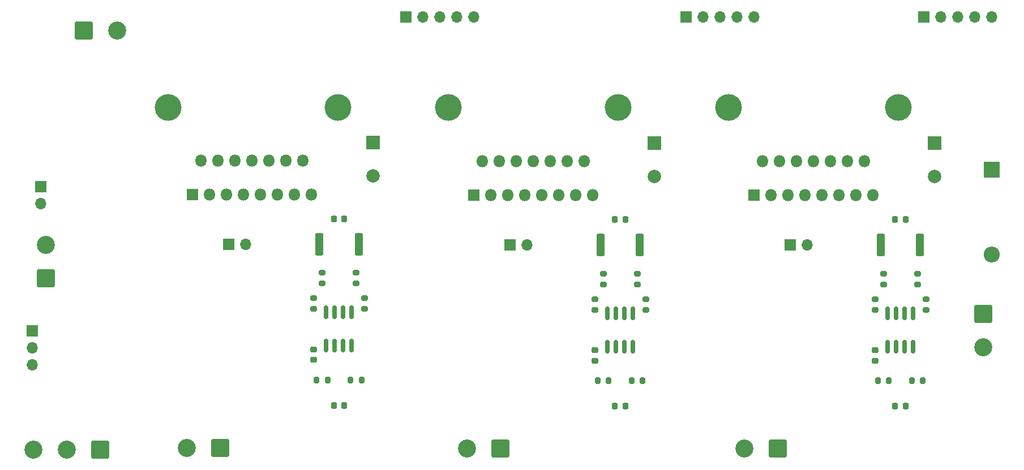
<source format=gbr>
%TF.GenerationSoftware,KiCad,Pcbnew,6.0.2+dfsg-1*%
%TF.CreationDate,2023-11-28T02:04:47+03:00*%
%TF.ProjectId,servodriver,73657276-6f64-4726-9976-65722e6b6963,rev?*%
%TF.SameCoordinates,Original*%
%TF.FileFunction,Soldermask,Bot*%
%TF.FilePolarity,Negative*%
%FSLAX46Y46*%
G04 Gerber Fmt 4.6, Leading zero omitted, Abs format (unit mm)*
G04 Created by KiCad (PCBNEW 6.0.2+dfsg-1) date 2023-11-28 02:04:47*
%MOMM*%
%LPD*%
G01*
G04 APERTURE LIST*
G04 Aperture macros list*
%AMRoundRect*
0 Rectangle with rounded corners*
0 $1 Rounding radius*
0 $2 $3 $4 $5 $6 $7 $8 $9 X,Y pos of 4 corners*
0 Add a 4 corners polygon primitive as box body*
4,1,4,$2,$3,$4,$5,$6,$7,$8,$9,$2,$3,0*
0 Add four circle primitives for the rounded corners*
1,1,$1+$1,$2,$3*
1,1,$1+$1,$4,$5*
1,1,$1+$1,$6,$7*
1,1,$1+$1,$8,$9*
0 Add four rect primitives between the rounded corners*
20,1,$1+$1,$2,$3,$4,$5,0*
20,1,$1+$1,$4,$5,$6,$7,0*
20,1,$1+$1,$6,$7,$8,$9,0*
20,1,$1+$1,$8,$9,$2,$3,0*%
G04 Aperture macros list end*
%ADD10C,4.000000*%
%ADD11R,2.000000X2.000000*%
%ADD12C,2.000000*%
%ADD13R,1.700000X1.700000*%
%ADD14O,1.700000X1.700000*%
%ADD15RoundRect,0.250001X-1.099999X1.099999X-1.099999X-1.099999X1.099999X-1.099999X1.099999X1.099999X0*%
%ADD16C,2.700000*%
%ADD17RoundRect,0.250001X-1.099999X-1.099999X1.099999X-1.099999X1.099999X1.099999X-1.099999X1.099999X0*%
%ADD18R,2.400000X2.400000*%
%ADD19O,2.400000X2.400000*%
%ADD20RoundRect,0.250001X1.099999X1.099999X-1.099999X1.099999X-1.099999X-1.099999X1.099999X-1.099999X0*%
%ADD21R,1.800000X1.800000*%
%ADD22O,1.800000X1.800000*%
%ADD23RoundRect,0.250001X1.099999X-1.099999X1.099999X1.099999X-1.099999X1.099999X-1.099999X-1.099999X0*%
%ADD24RoundRect,0.225000X-0.250000X0.225000X-0.250000X-0.225000X0.250000X-0.225000X0.250000X0.225000X0*%
%ADD25RoundRect,0.200000X0.200000X0.275000X-0.200000X0.275000X-0.200000X-0.275000X0.200000X-0.275000X0*%
%ADD26RoundRect,0.225000X0.225000X0.250000X-0.225000X0.250000X-0.225000X-0.250000X0.225000X-0.250000X0*%
%ADD27RoundRect,0.200000X-0.275000X0.200000X-0.275000X-0.200000X0.275000X-0.200000X0.275000X0.200000X0*%
%ADD28RoundRect,0.200000X0.275000X-0.200000X0.275000X0.200000X-0.275000X0.200000X-0.275000X-0.200000X0*%
%ADD29RoundRect,0.225000X-0.225000X-0.250000X0.225000X-0.250000X0.225000X0.250000X-0.225000X0.250000X0*%
%ADD30RoundRect,0.150000X-0.150000X0.825000X-0.150000X-0.825000X0.150000X-0.825000X0.150000X0.825000X0*%
%ADD31RoundRect,0.250000X0.362500X1.425000X-0.362500X1.425000X-0.362500X-1.425000X0.362500X-1.425000X0*%
G04 APERTURE END LIST*
D10*
%TO.C,REF\u002A\u002A*%
X210820000Y-55420000D03*
X185420000Y-55420000D03*
%TD*%
%TO.C,REF\u002A\u002A*%
X168910000Y-55420000D03*
X143510000Y-55420000D03*
%TD*%
%TO.C,REF\u002A\u002A*%
X127000000Y-55420000D03*
X101600000Y-55420000D03*
%TD*%
D11*
%TO.C,C6*%
X174274646Y-60800000D03*
D12*
X174274646Y-65800000D03*
%TD*%
D13*
%TO.C,J14*%
X194594646Y-76040000D03*
D14*
X197134646Y-76040000D03*
%TD*%
D13*
%TO.C,J10*%
X214630000Y-41910000D03*
D14*
X217170000Y-41910000D03*
X219710000Y-41910000D03*
X222250000Y-41910000D03*
X224790000Y-41910000D03*
%TD*%
D15*
%TO.C,J4*%
X223520000Y-86360000D03*
D16*
X223520000Y-91360000D03*
%TD*%
D17*
%TO.C,J5*%
X88980000Y-43900000D03*
D16*
X93980000Y-43900000D03*
%TD*%
D13*
%TO.C,J12*%
X82550000Y-67310000D03*
D14*
X82550000Y-69850000D03*
%TD*%
D13*
%TO.C,J13*%
X152684646Y-76040000D03*
D14*
X155224646Y-76040000D03*
%TD*%
D13*
%TO.C,J7*%
X179070000Y-41910000D03*
D14*
X181610000Y-41910000D03*
X184150000Y-41910000D03*
X186690000Y-41910000D03*
X189230000Y-41910000D03*
%TD*%
D13*
%TO.C,J6*%
X81280000Y-88900000D03*
D14*
X81280000Y-91440000D03*
X81280000Y-93980000D03*
%TD*%
D11*
%TO.C,C18*%
X132221365Y-60659511D03*
D12*
X132221365Y-65659511D03*
%TD*%
D18*
%TO.C,D1*%
X224790000Y-64770000D03*
D19*
X224790000Y-77470000D03*
%TD*%
D20*
%TO.C,J1*%
X151274646Y-106520000D03*
D16*
X146274646Y-106520000D03*
%TD*%
D20*
%TO.C,J2*%
X109361365Y-106379511D03*
D16*
X104361365Y-106379511D03*
%TD*%
D21*
%TO.C,U2*%
X189230000Y-68580000D03*
D22*
X190500000Y-63500000D03*
X191770000Y-68580000D03*
X193040000Y-63500000D03*
X194310000Y-68580000D03*
X195580000Y-63500000D03*
X196850000Y-68580000D03*
X198120000Y-63500000D03*
X199390000Y-68580000D03*
X200660000Y-63500000D03*
X201930000Y-68580000D03*
X203200000Y-63500000D03*
X204470000Y-68580000D03*
X205740000Y-63500000D03*
X207010000Y-68580000D03*
%TD*%
D13*
%TO.C,J15*%
X110631365Y-75899511D03*
D14*
X113171365Y-75899511D03*
%TD*%
D21*
%TO.C,U1*%
X147320000Y-68580000D03*
D22*
X148590000Y-63500000D03*
X149860000Y-68580000D03*
X151130000Y-63500000D03*
X152400000Y-68580000D03*
X153670000Y-63500000D03*
X154940000Y-68580000D03*
X156210000Y-63500000D03*
X157480000Y-68580000D03*
X158750000Y-63500000D03*
X160020000Y-68580000D03*
X161290000Y-63500000D03*
X162560000Y-68580000D03*
X163830000Y-63500000D03*
X165100000Y-68580000D03*
%TD*%
D23*
%TO.C,J11*%
X83270000Y-81017500D03*
D16*
X83270000Y-76017500D03*
%TD*%
D13*
%TO.C,J9*%
X137190000Y-41885000D03*
D14*
X139730000Y-41885000D03*
X142270000Y-41885000D03*
X144810000Y-41885000D03*
X147350000Y-41885000D03*
%TD*%
D21*
%TO.C,U3*%
X105266719Y-68439511D03*
D22*
X106536719Y-63359511D03*
X107806719Y-68439511D03*
X109076719Y-63359511D03*
X110346719Y-68439511D03*
X111616719Y-63359511D03*
X112886719Y-68439511D03*
X114156719Y-63359511D03*
X115426719Y-68439511D03*
X116696719Y-63359511D03*
X117966719Y-68439511D03*
X119236719Y-63359511D03*
X120506719Y-68439511D03*
X121776719Y-63359511D03*
X123046719Y-68439511D03*
%TD*%
D20*
%TO.C,J3*%
X192784646Y-106520000D03*
D16*
X187784646Y-106520000D03*
%TD*%
D20*
%TO.C,J8*%
X91440000Y-106680000D03*
D16*
X86440000Y-106680000D03*
X81440000Y-106680000D03*
%TD*%
D11*
%TO.C,C12*%
X216184646Y-60800000D03*
D12*
X216184646Y-65800000D03*
%TD*%
D24*
%TO.C,C19*%
X123331365Y-91634511D03*
X123331365Y-93184511D03*
%TD*%
D25*
%TO.C,R22*%
X125426365Y-96219511D03*
X123776365Y-96219511D03*
%TD*%
D26*
%TO.C,C2*%
X169969646Y-100170000D03*
X168419646Y-100170000D03*
%TD*%
D27*
%TO.C,R25*%
X124601365Y-80154511D03*
X124601365Y-81804511D03*
%TD*%
D25*
%TO.C,R14*%
X209389646Y-96360000D03*
X207739646Y-96360000D03*
%TD*%
D26*
%TO.C,C8*%
X211879646Y-100170000D03*
X210329646Y-100170000D03*
%TD*%
D25*
%TO.C,R21*%
X130506365Y-96219511D03*
X128856365Y-96219511D03*
%TD*%
D28*
%TO.C,R24*%
X130951365Y-85614511D03*
X130951365Y-83964511D03*
%TD*%
D29*
%TO.C,C10*%
X210329646Y-72230000D03*
X211879646Y-72230000D03*
%TD*%
D25*
%TO.C,R6*%
X167479646Y-96360000D03*
X165829646Y-96360000D03*
%TD*%
D30*
%TO.C,D8*%
X209199646Y-86265000D03*
X210469646Y-86265000D03*
X211739646Y-86265000D03*
X213009646Y-86265000D03*
X213009646Y-91215000D03*
X211739646Y-91215000D03*
X210469646Y-91215000D03*
X209199646Y-91215000D03*
%TD*%
D27*
%TO.C,R18*%
X213644646Y-80295000D03*
X213644646Y-81945000D03*
%TD*%
D24*
%TO.C,C13*%
X207294646Y-91775000D03*
X207294646Y-93325000D03*
%TD*%
D27*
%TO.C,R11*%
X165384646Y-84105000D03*
X165384646Y-85755000D03*
%TD*%
D28*
%TO.C,R8*%
X173004646Y-85755000D03*
X173004646Y-84105000D03*
%TD*%
D27*
%TO.C,R10*%
X171734646Y-80295000D03*
X171734646Y-81945000D03*
%TD*%
D31*
%TO.C,R23*%
X130103865Y-75899511D03*
X124178865Y-75899511D03*
%TD*%
D26*
%TO.C,C14*%
X127916365Y-100029511D03*
X126366365Y-100029511D03*
%TD*%
D24*
%TO.C,C7*%
X165384646Y-91775000D03*
X165384646Y-93325000D03*
%TD*%
D31*
%TO.C,R15*%
X214067146Y-76040000D03*
X208142146Y-76040000D03*
%TD*%
D27*
%TO.C,R27*%
X123331365Y-83964511D03*
X123331365Y-85614511D03*
%TD*%
D30*
%TO.C,D3*%
X167289646Y-86265000D03*
X168559646Y-86265000D03*
X169829646Y-86265000D03*
X171099646Y-86265000D03*
X171099646Y-91215000D03*
X169829646Y-91215000D03*
X168559646Y-91215000D03*
X167289646Y-91215000D03*
%TD*%
D27*
%TO.C,R26*%
X129681365Y-80154511D03*
X129681365Y-81804511D03*
%TD*%
D25*
%TO.C,R5*%
X172559646Y-96360000D03*
X170909646Y-96360000D03*
%TD*%
D31*
%TO.C,R7*%
X172157146Y-76040000D03*
X166232146Y-76040000D03*
%TD*%
D25*
%TO.C,R13*%
X214469646Y-96360000D03*
X212819646Y-96360000D03*
%TD*%
D30*
%TO.C,D13*%
X125236365Y-86124511D03*
X126506365Y-86124511D03*
X127776365Y-86124511D03*
X129046365Y-86124511D03*
X129046365Y-91074511D03*
X127776365Y-91074511D03*
X126506365Y-91074511D03*
X125236365Y-91074511D03*
%TD*%
D29*
%TO.C,C16*%
X126366365Y-72089511D03*
X127916365Y-72089511D03*
%TD*%
D27*
%TO.C,R9*%
X166654646Y-80295000D03*
X166654646Y-81945000D03*
%TD*%
%TO.C,R17*%
X208564646Y-80295000D03*
X208564646Y-81945000D03*
%TD*%
D29*
%TO.C,C4*%
X168419646Y-72230000D03*
X169969646Y-72230000D03*
%TD*%
D27*
%TO.C,R19*%
X207294646Y-84105000D03*
X207294646Y-85755000D03*
%TD*%
D28*
%TO.C,R16*%
X214914646Y-85755000D03*
X214914646Y-84105000D03*
%TD*%
M02*

</source>
